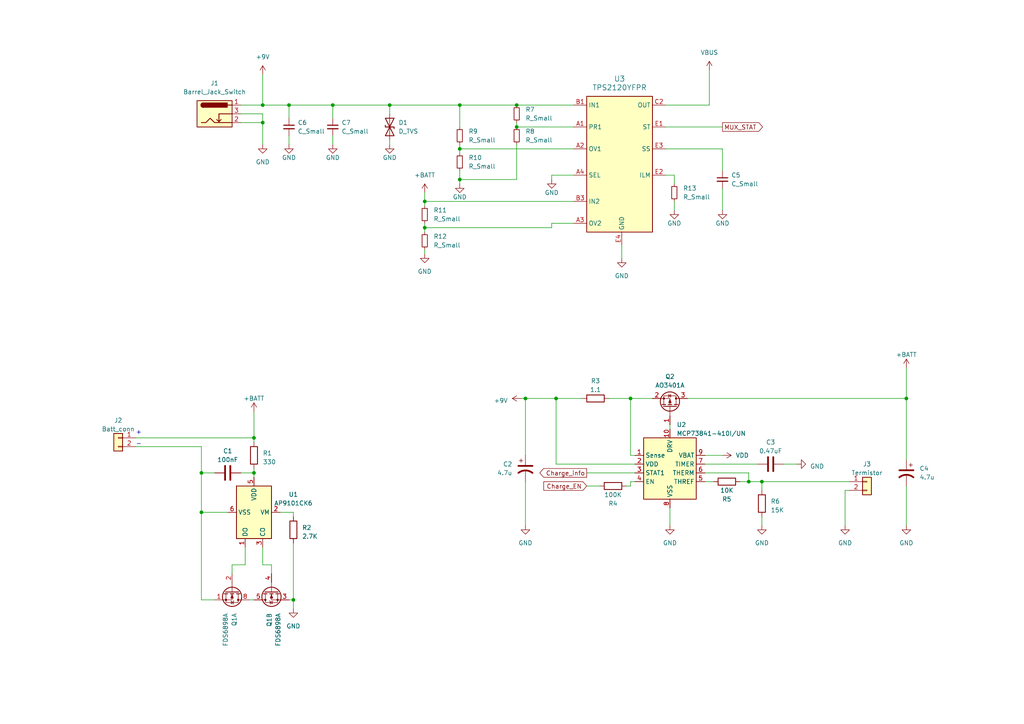
<source format=kicad_sch>
(kicad_sch (version 20230121) (generator eeschema)
  (paper "A4")
  (lib_symbols
    (symbol "Connector:Barrel_Jack_Switch" (pin_names hide)
      (property "Reference" "J" (at 0 5.334 0))
      (property "Value" "Barrel_Jack_Switch" (at 0 -5.08 0))
      (symbol "Barrel_Jack_Switch_0_1"
        (rectangle (start -5.08 3.81) (end 5.08 -3.81) (stroke (width 0.254)) (fill (type background)))
        (arc (start -3.302 3.175) (mid -3.9343 2.54) (end -3.302 1.905) (stroke (width 0.254)))
        (arc (start -3.302 3.175) (mid -3.9343 2.54) (end -3.302 1.905) (stroke (width 0.254)) (fill (type outline)))
        (polyline (pts (xy 1.27 -2.286) (xy 1.905 -1.651)) (stroke (width 0.254)))
        (polyline (pts (xy 5.08 2.54) (xy 3.81 2.54)) (stroke (width 0.254)))
        (polyline (pts (xy 5.08 0) (xy 1.27 0) (xy 1.27 -2.286) (xy 0.635 -1.651)) (stroke (width 0.254)))
        (polyline (pts (xy -3.81 -2.54) (xy -2.54 -2.54) (xy -1.27 -1.27) (xy 0 -2.54) (xy 2.54 -2.54) (xy 5.08 -2.54)) (stroke (width 0.254)))
        (rectangle (start 3.683 3.175) (end -3.302 1.905) (stroke (width 0.254)) (fill (type outline)))
      )
      (symbol "Barrel_Jack_Switch_1_1"
        (pin passive line (at 7.62 2.54 180) (length 2.54) (name "~") (number "1"))
        (pin passive line (at 7.62 -2.54 180) (length 2.54) (name "~") (number "2"))
        (pin passive line (at 7.62 0 180) (length 2.54) (name "~") (number "3"))
      )
    )
    (symbol "Connector_Generic:Conn_01x02" (pin_names (offset 1.016) hide)
      (property "Reference" "J" (at 0 2.54 0))
      (property "Value" "Conn_01x02" (at 0 -5.08 0))
      (symbol "Conn_01x02_1_1"
        (rectangle (start -1.27 -2.413) (end 0 -2.667) (stroke (width 0.1524)))
        (rectangle (start -1.27 0.127) (end 0 -0.127) (stroke (width 0.1524)))
        (rectangle (start -1.27 1.27) (end 1.27 -3.81) (stroke (width 0.254)) (fill (type background)))
        (pin passive line (at -5.08 0 0) (length 3.81) (name "Pin_1") (number "1"))
        (pin passive line (at -5.08 -2.54 0) (length 3.81) (name "Pin_2") (number "2"))
      )
    )
    (symbol "Device:C" (pin_numbers hide) (pin_names (offset 0.254))
      (property "Reference" "C" (at 0.635 2.54 0))
      (property "Value" "C" (at 0.635 -2.54 0))
      (symbol "C_0_1"
        (polyline (pts (xy -2.032 -0.762) (xy 2.032 -0.762)) (stroke (width 0.508)))
        (polyline (pts (xy -2.032 0.762) (xy 2.032 0.762)) (stroke (width 0.508)))
      )
      (symbol "C_1_1"
        (pin passive line (at 0 3.81 270) (length 2.794) (name "~") (number "1"))
        (pin passive line (at 0 -3.81 90) (length 2.794) (name "~") (number "2"))
      )
    )
    (symbol "Device:C_Polarized_US" (pin_numbers hide) (pin_names (offset 0.254) hide)
      (property "Reference" "C" (at 0.635 2.54 0))
      (property "Value" "C_Polarized_US" (at 0.635 -2.54 0))
      (symbol "C_Polarized_US_0_1"
        (polyline (pts (xy -2.032 0.762) (xy 2.032 0.762)) (stroke (width 0.508)))
        (polyline (pts (xy -1.778 2.286) (xy -0.762 2.286)))
        (polyline (pts (xy -1.27 1.778) (xy -1.27 2.794)))
        (arc (start 2.032 -1.27) (mid 0 -0.5572) (end -2.032 -1.27) (stroke (width 0.508)))
      )
      (symbol "C_Polarized_US_1_1"
        (pin passive line (at 0 3.81 270) (length 2.794) (name "~") (number "1"))
        (pin passive line (at 0 -3.81 90) (length 3.302) (name "~") (number "2"))
      )
    )
    (symbol "Device:C_Small" (pin_numbers hide) (pin_names (offset 0.254) hide)
      (property "Reference" "C" (at 0.254 1.778 0))
      (property "Value" "C_Small" (at 0.254 -2.032 0))
      (symbol "C_Small_0_1"
        (polyline (pts (xy -1.524 -0.508) (xy 1.524 -0.508)) (stroke (width 0.3302)))
        (polyline (pts (xy -1.524 0.508) (xy 1.524 0.508)) (stroke (width 0.3048)))
      )
      (symbol "C_Small_1_1"
        (pin passive line (at 0 2.54 270) (length 2.032) (name "~") (number "1"))
        (pin passive line (at 0 -2.54 90) (length 2.032) (name "~") (number "2"))
      )
    )
    (symbol "Device:D_TVS" (pin_numbers hide) (pin_names (offset 1.016) hide)
      (property "Reference" "D" (at 0 2.54 0))
      (property "Value" "D_TVS" (at 0 -2.54 0))
      (symbol "D_TVS_0_1"
        (polyline (pts (xy 1.27 0) (xy -1.27 0)))
        (polyline (pts (xy 0.508 1.27) (xy 0 1.27) (xy 0 -1.27) (xy -0.508 -1.27)) (stroke (width 0.254)))
        (polyline (pts (xy -2.54 1.27) (xy -2.54 -1.27) (xy 2.54 1.27) (xy 2.54 -1.27) (xy -2.54 1.27)) (stroke (width 0.254)))
      )
      (symbol "D_TVS_1_1"
        (pin passive line (at -3.81 0 0) (length 2.54) (name "A1") (number "1"))
        (pin passive line (at 3.81 0 180) (length 2.54) (name "A2") (number "2"))
      )
    )
    (symbol "Device:Q_PMOS_GSD" (pin_names (offset 0) hide)
      (property "Reference" "Q" (at 5.08 1.27 0))
      (property "Value" "Q_PMOS_GSD" (at 5.08 -1.27 0))
      (symbol "Q_PMOS_GSD_0_1"
        (polyline (pts (xy 0.254 0) (xy -2.54 0)))
        (polyline (pts (xy 0.254 1.905) (xy 0.254 -1.905)) (stroke (width 0.254)))
        (polyline (pts (xy 0.762 -1.27) (xy 0.762 -2.286)) (stroke (width 0.254)))
        (polyline (pts (xy 0.762 0.508) (xy 0.762 -0.508)) (stroke (width 0.254)))
        (polyline (pts (xy 0.762 2.286) (xy 0.762 1.27)) (stroke (width 0.254)))
        (polyline (pts (xy 2.54 2.54) (xy 2.54 1.778)))
        (polyline (pts (xy 2.54 -2.54) (xy 2.54 0) (xy 0.762 0)))
        (polyline (pts (xy 0.762 1.778) (xy 3.302 1.778) (xy 3.302 -1.778) (xy 0.762 -1.778)))
        (polyline (pts (xy 2.286 0) (xy 1.27 0.381) (xy 1.27 -0.381) (xy 2.286 0)) (fill (type outline)))
        (polyline (pts (xy 2.794 -0.508) (xy 2.921 -0.381) (xy 3.683 -0.381) (xy 3.81 -0.254)))
        (polyline (pts (xy 3.302 -0.381) (xy 2.921 0.254) (xy 3.683 0.254) (xy 3.302 -0.381)))
        (circle (center 1.651 0) (radius 2.794) (stroke (width 0.254)))
        (circle (center 2.54 -1.778) (radius 0.254) (fill (type outline)))
        (circle (center 2.54 1.778) (radius 0.254) (fill (type outline)))
      )
      (symbol "Q_PMOS_GSD_1_1"
        (pin input line (at -5.08 0 0) (length 2.54) (name "G") (number "1"))
        (pin passive line (at 2.54 -5.08 90) (length 2.54) (name "S") (number "2"))
        (pin passive line (at 2.54 5.08 270) (length 2.54) (name "D") (number "3"))
      )
    )
    (symbol "Device:R" (pin_numbers hide) (pin_names (offset 0))
      (property "Reference" "R" (at 2.032 0 90))
      (property "Value" "R" (at 0 0 90))
      (symbol "R_0_1"
        (rectangle (start -1.016 -2.54) (end 1.016 2.54) (stroke (width 0.254)))
      )
      (symbol "R_1_1"
        (pin passive line (at 0 3.81 270) (length 1.27) (name "~") (number "1"))
        (pin passive line (at 0 -3.81 90) (length 1.27) (name "~") (number "2"))
      )
    )
    (symbol "Device:R_Small" (pin_numbers hide) (pin_names (offset 0.254) hide)
      (property "Reference" "R" (at 0.762 0.508 0))
      (property "Value" "R_Small" (at 0.762 -1.016 0))
      (symbol "R_Small_0_1"
        (rectangle (start -0.762 1.778) (end 0.762 -1.778) (stroke (width 0.2032)))
      )
      (symbol "R_Small_1_1"
        (pin passive line (at 0 2.54 270) (length 0.762) (name "~") (number "1"))
        (pin passive line (at 0 -2.54 90) (length 0.762) (name "~") (number "2"))
      )
    )
    (symbol "LampaPass_Power_Management:AP9101CK6"
      (property "Reference" "U" (at -7.62 6.35 0))
      (property "Value" "AP9101CK6" (at 7.62 6.35 0))
      (symbol "AP9101CK6_0_1"
        (rectangle (start -7.62 5.08) (end 7.62 -5.08) (stroke (width 0.254)) (fill (type background)))
      )
      (symbol "AP9101CK6_1_1"
        (pin output line (at 10.16 -2.54 180) (length 2.54) (name "DO") (number "1"))
        (pin passive line (at 0 7.62 270) (length 2.54) (name "VM") (number "2"))
        (pin output line (at 10.16 2.54 180) (length 2.54) (name "CO") (number "3"))
        (pin no_connect line (at -7.62 -2.54 0) (length 2.54) hide (name "NC") (number "4"))
        (pin power_in line (at -10.16 0 0) (length 2.54) (name "VDD") (number "5"))
        (pin power_in line (at 0 -7.62 90) (length 2.54) (name "VSS") (number "6"))
      )
    )
    (symbol "LampaPass_Power_Management:MCP73841-410I/UN"
      (property "Reference" "U" (at -6.35 8.89 0))
      (property "Value" "MCP73841-410I/UN" (at 11.43 -11.43 0))
      (symbol "MCP73841-410I/UN_0_1"
        (rectangle (start -7.62 7.62) (end 7.62 -10.16) (stroke (width 0.254)) (fill (type background)))
      )
      (symbol "MCP73841-410I/UN_1_1"
        (pin input line (at -10.16 2.54 0) (length 2.54) (name "Sense") (number "1"))
        (pin output line (at 0 10.16 270) (length 2.54) (name "DRV") (number "10"))
        (pin power_in line (at -10.16 0 0) (length 2.54) (name "VDD") (number "2"))
        (pin open_collector line (at -10.16 -2.54 0) (length 2.54) (name "STAT1") (number "3"))
        (pin input line (at -10.16 -5.08 0) (length 2.54) (name "EN") (number "4"))
        (pin input line (at 10.16 -5.08 180) (length 2.54) (name "THREF") (number "5"))
        (pin input line (at 10.16 -2.54 180) (length 2.54) (name "THERM") (number "6"))
        (pin bidirectional line (at 10.16 0 180) (length 2.54) (name "TIMER") (number "7"))
        (pin power_in line (at 0 -12.7 90) (length 2.54) (name "VSS") (number "8"))
        (pin input line (at 10.16 2.54 180) (length 2.54) (name "VBAT") (number "9"))
      )
    )
    (symbol "LampaPass_Power_Management:TPS2120YFPR"
      (property "Reference" "U" (at -10.16 24.13 0))
      (property "Value" "TPS2120YFPR" (at 8.89 24.13 0))
      (symbol "TPS2120YFPR_0_1"
        (pin input line (at -13.97 13.97 0) (length 3.81) (name "PR1") (number "A1"))
        (pin input line (at -13.97 7.62 0) (length 3.81) (name "OV1") (number "A2"))
        (pin input line (at -13.97 -13.97 0) (length 3.81) (name "OV2") (number "A3"))
        (pin input line (at -13.97 0 0) (length 3.81) (name "SEL") (number "A4"))
        (pin power_in line (at -13.97 -7.62 0) (length 3.81) (name "IN2") (number "B3"))
        (pin power_out line (at 12.7 20.32 180) (length 3.81) (name "OUT") (number "C2"))
        (pin output line (at 12.7 13.97 180) (length 3.81) (name "ST") (number "E1"))
        (pin bidirectional line (at 12.7 0 180) (length 3.81) (name "ILM") (number "E2"))
        (pin bidirectional line (at 12.7 7.62 180) (length 3.81) (name "SS") (number "E3"))
        (pin power_in line (at 0 -20.32 90) (length 3.81) (name "GND") (number "E4"))
      )
      (symbol "TPS2120YFPR_1_1"
        (rectangle (start -10.16 22.86) (end 8.89 -16.51) (stroke (width 0.254)) (fill (type background)))
        (pin power_in line (at -13.97 20.32 0) (length 3.81) (name "IN1") (number "B1"))
        (pin power_in line (at -13.97 20.32 0) (length 3.81) hide (name "IN1") (number "B2"))
        (pin power_in line (at -13.97 -7.62 0) (length 3.81) hide (name "IN2") (number "B4"))
        (pin power_in line (at -13.97 20.32 0) (length 3.81) hide (name "IN1") (number "C1"))
        (pin power_out line (at 12.7 20.32 180) (length 3.81) hide (name "OUT") (number "C3"))
        (pin power_in line (at -13.97 -7.62 0) (length 3.81) hide (name "IN2") (number "C4"))
        (pin power_out line (at 12.7 20.32 180) (length 3.81) hide (name "OUT") (number "D1"))
        (pin power_out line (at 12.7 20.32 180) (length 3.81) hide (name "OUT") (number "D2"))
        (pin power_out line (at 12.7 20.32 180) (length 3.81) hide (name "OUT") (number "D3"))
        (pin power_out line (at 12.7 20.32 180) (length 3.81) hide (name "OUT") (number "D4"))
      )
    )
    (symbol "Transistor_FET:FDS6898A" (pin_names hide)
      (property "Reference" "Q" (at 5.08 1.905 0))
      (property "Value" "FDS6898A" (at 5.08 0 0))
      (symbol "FDS6898A_0_1"
        (polyline (pts (xy 0.254 0) (xy -2.54 0)))
        (polyline (pts (xy 0.254 1.905) (xy 0.254 -1.905)) (stroke (width 0.254)))
        (polyline (pts (xy 0.762 -1.27) (xy 0.762 -2.286)) (stroke (width 0.254)))
        (polyline (pts (xy 0.762 0.508) (xy 0.762 -0.508)) (stroke (width 0.254)))
        (polyline (pts (xy 0.762 2.286) (xy 0.762 1.27)) (stroke (width 0.254)))
        (polyline (pts (xy 2.54 2.54) (xy 2.54 1.778)))
        (polyline (pts (xy 2.54 -2.54) (xy 2.54 0) (xy 0.762 0)))
        (polyline (pts (xy 0.762 -1.778) (xy 3.302 -1.778) (xy 3.302 1.778) (xy 0.762 1.778)))
        (polyline (pts (xy 1.016 0) (xy 2.032 0.381) (xy 2.032 -0.381) (xy 1.016 0)) (fill (type outline)))
        (polyline (pts (xy 2.794 0.508) (xy 2.921 0.381) (xy 3.683 0.381) (xy 3.81 0.254)))
        (polyline (pts (xy 3.302 0.381) (xy 2.921 -0.254) (xy 3.683 -0.254) (xy 3.302 0.381)))
        (circle (center 1.651 0) (radius 2.794) (stroke (width 0.254)))
        (circle (center 2.54 -1.778) (radius 0.254) (fill (type outline)))
        (circle (center 2.54 1.778) (radius 0.254) (fill (type outline)))
      )
      (symbol "FDS6898A_1_1"
        (pin passive line (at 2.54 -5.08 90) (length 2.54) (name "S1") (number "1"))
        (pin passive line (at -5.08 0 0) (length 2.54) (name "G1") (number "2"))
        (pin passive line (at 2.54 5.08 270) (length 2.54) hide (name "D1") (number "7"))
        (pin passive line (at 2.54 5.08 270) (length 2.54) (name "D1") (number "8"))
      )
      (symbol "FDS6898A_2_1"
        (pin passive line (at 2.54 -5.08 90) (length 2.54) (name "S2") (number "3"))
        (pin passive line (at -5.08 0 0) (length 2.54) (name "G2") (number "4"))
        (pin passive line (at 2.54 5.08 270) (length 2.54) (name "D2") (number "5"))
        (pin passive line (at 2.54 5.08 270) (length 2.54) hide (name "D2") (number "6"))
      )
    )
    (symbol "power:+9V" (power) (pin_names (offset 0))
      (property "Value" "+9V" (at 0 3.556 0))
      (symbol "+9V_0_1"
        (polyline (pts (xy -0.762 1.27) (xy 0 2.54)))
        (polyline (pts (xy 0 0) (xy 0 2.54)))
        (polyline (pts (xy 0 2.54) (xy 0.762 1.27)))
      )
      (symbol "+9V_1_1"
        (pin power_in line (at 0 0 90) (length 0) hide (name "+9V") (number "1"))
      )
    )
    (symbol "power:+BATT" (power) (pin_names (offset 0))
      (property "Value" "+BATT" (at 0 3.556 0))
      (symbol "+BATT_0_1"
        (polyline (pts (xy -0.762 1.27) (xy 0 2.54)))
        (polyline (pts (xy 0 0) (xy 0 2.54)))
        (polyline (pts (xy 0 2.54) (xy 0.762 1.27)))
      )
      (symbol "+BATT_1_1"
        (pin power_in line (at 0 0 90) (length 0) hide (name "+BATT") (number "1"))
      )
    )
    (symbol "power:GND" (power) (pin_names (offset 0))
      (property "Value" "GND" (at 0 -3.81 0))
      (symbol "GND_0_1"
        (polyline (pts (xy 0 0) (xy 0 -1.27) (xy 1.27 -1.27) (xy 0 -2.54) (xy -1.27 -1.27) (xy 0 -1.27)))
      )
      (symbol "GND_1_1"
        (pin power_in line (at 0 0 270) (length 0) hide (name "GND") (number "1"))
      )
    )
    (symbol "power:VBUS" (power) (pin_names (offset 0))
      (property "Value" "VBUS" (at 0 3.81 0))
      (symbol "VBUS_0_1"
        (polyline (pts (xy -0.762 1.27) (xy 0 2.54)))
        (polyline (pts (xy 0 0) (xy 0 2.54)))
        (polyline (pts (xy 0 2.54) (xy 0.762 1.27)))
      )
      (symbol "VBUS_1_1"
        (pin power_in line (at 0 0 90) (length 0) hide (name "VBUS") (number "1"))
      )
    )
    (symbol "power:VDD" (power) (pin_names (offset 0))
      (property "Value" "VDD" (at 0 3.81 0))
      (symbol "VDD_0_1"
        (polyline (pts (xy -0.762 1.27) (xy 0 2.54)))
        (polyline (pts (xy 0 0) (xy 0 2.54)))
        (polyline (pts (xy 0 2.54) (xy 0.762 1.27)))
      )
      (symbol "VDD_1_1"
        (pin power_in line (at 0 0 90) (length 0) hide (name "VDD") (number "1"))
      )
    )
  )
  (junction (at 182.88 115.57))
  (junction (at 149.86 36.83))
  (junction (at 133.35 52.07))
  (junction (at 262.89 115.57))
  (junction (at 161.29 115.57))
  (junction (at 76.2 30.48))
  (junction (at 217.17 139.7))
  (junction (at 149.86 30.48))
  (junction (at 58.42 137.16))
  (junction (at 83.82 30.48))
  (junction (at 73.66 127))
  (junction (at 85.09 173.99))
  (junction (at 123.19 66.04))
  (junction (at 152.4 115.57))
  (junction (at 133.35 30.48))
  (junction (at 58.42 148.59))
  (junction (at 133.35 43.18))
  (junction (at 76.2 35.56))
  (junction (at 220.98 139.7))
  (junction (at 96.52 30.48))
  (junction (at 73.66 137.16))
  (junction (at 113.03 30.48))
  (junction (at 123.19 58.42))
  (wire (pts (xy 69.85 137.16) (xy 73.66 137.16)))
  (wire (pts (xy 166.37 58.42) (xy 123.19 58.42)))
  (wire (pts (xy 214.63 139.7) (xy 217.17 139.7)))
  (wire (pts (xy 66.04 148.59) (xy 58.42 148.59)))
  (wire (pts (xy 133.35 30.48) (xy 133.35 36.83)))
  (wire (pts (xy 149.86 41.91) (xy 149.86 52.07)))
  (wire (pts (xy 71.12 163.83) (xy 67.31 163.83)))
  (wire (pts (xy 96.52 30.48) (xy 96.52 34.29)))
  (wire (pts (xy 69.85 35.56) (xy 76.2 35.56)))
  (wire (pts (xy 195.58 50.8) (xy 195.58 53.34)))
  (wire (pts (xy 181.61 140.97) (xy 182.88 140.97)))
  (wire (pts (xy 85.09 173.99) (xy 83.82 173.99)))
  (wire (pts (xy 76.2 163.83) (xy 78.74 163.83)))
  (wire (pts (xy 182.88 140.97) (xy 182.88 139.7)))
  (wire (pts (xy 170.18 140.97) (xy 173.99 140.97)))
  (wire (pts (xy 76.2 35.56) (xy 76.2 41.91)))
  (wire (pts (xy 220.98 139.7) (xy 246.38 139.7)))
  (wire (pts (xy 123.19 55.88) (xy 123.19 58.42)))
  (wire (pts (xy 195.58 58.42) (xy 195.58 60.96)))
  (wire (pts (xy 113.03 40.64) (xy 113.03 41.91)))
  (wire (pts (xy 262.89 140.97) (xy 262.89 152.4)))
  (wire (pts (xy 113.03 30.48) (xy 133.35 30.48)))
  (wire (pts (xy 199.39 115.57) (xy 262.89 115.57)))
  (wire (pts (xy 58.42 137.16) (xy 58.42 148.59)))
  (wire (pts (xy 205.74 30.48) (xy 205.74 20.32)))
  (wire (pts (xy 133.35 52.07) (xy 133.35 49.53)))
  (wire (pts (xy 76.2 33.02) (xy 76.2 35.56)))
  (wire (pts (xy 85.09 157.48) (xy 85.09 173.99)))
  (wire (pts (xy 152.4 115.57) (xy 161.29 115.57)))
  (wire (pts (xy 152.4 139.7) (xy 152.4 152.4)))
  (wire (pts (xy 73.66 173.99) (xy 72.39 173.99)))
  (wire (pts (xy 62.23 137.16) (xy 58.42 137.16)))
  (wire (pts (xy 123.19 64.77) (xy 123.19 66.04)))
  (wire (pts (xy 217.17 139.7) (xy 217.17 137.16)))
  (wire (pts (xy 166.37 50.8) (xy 160.02 50.8)))
  (wire (pts (xy 151.13 115.57) (xy 152.4 115.57)))
  (wire (pts (xy 133.35 41.91) (xy 133.35 43.18)))
  (wire (pts (xy 73.66 135.89) (xy 73.66 137.16)))
  (wire (pts (xy 133.35 53.34) (xy 133.35 52.07)))
  (wire (pts (xy 149.86 35.56) (xy 149.86 36.83)))
  (wire (pts (xy 85.09 176.53) (xy 85.09 173.99)))
  (wire (pts (xy 83.82 39.37) (xy 83.82 41.91)))
  (wire (pts (xy 204.47 132.08) (xy 209.55 132.08)))
  (wire (pts (xy 180.34 71.12) (xy 180.34 74.93)))
  (wire (pts (xy 123.19 58.42) (xy 123.19 59.69)))
  (wire (pts (xy 69.85 33.02) (xy 76.2 33.02)))
  (wire (pts (xy 71.12 158.75) (xy 71.12 163.83)))
  (wire (pts (xy 182.88 115.57) (xy 182.88 132.08)))
  (wire (pts (xy 168.91 115.57) (xy 161.29 115.57)))
  (wire (pts (xy 113.03 30.48) (xy 113.03 33.02)))
  (wire (pts (xy 193.04 36.83) (xy 209.55 36.83)))
  (wire (pts (xy 96.52 39.37) (xy 96.52 41.91)))
  (wire (pts (xy 245.11 142.24) (xy 246.38 142.24)))
  (wire (pts (xy 182.88 139.7) (xy 184.15 139.7)))
  (wire (pts (xy 160.02 66.04) (xy 160.02 64.77)))
  (wire (pts (xy 133.35 30.48) (xy 149.86 30.48)))
  (wire (pts (xy 78.74 163.83) (xy 78.74 166.37)))
  (wire (pts (xy 220.98 142.24) (xy 220.98 139.7)))
  (wire (pts (xy 161.29 115.57) (xy 161.29 134.62)))
  (wire (pts (xy 83.82 30.48) (xy 83.82 34.29)))
  (wire (pts (xy 182.88 132.08) (xy 184.15 132.08)))
  (wire (pts (xy 231.14 134.62) (xy 227.33 134.62)))
  (wire (pts (xy 152.4 115.57) (xy 152.4 132.08)))
  (wire (pts (xy 133.35 43.18) (xy 133.35 44.45)))
  (wire (pts (xy 160.02 64.77) (xy 166.37 64.77)))
  (wire (pts (xy 262.89 115.57) (xy 262.89 133.35)))
  (wire (pts (xy 220.98 149.86) (xy 220.98 152.4)))
  (wire (pts (xy 193.04 50.8) (xy 195.58 50.8)))
  (wire (pts (xy 245.11 142.24) (xy 245.11 152.4)))
  (wire (pts (xy 133.35 52.07) (xy 149.86 52.07)))
  (wire (pts (xy 39.37 127) (xy 73.66 127)))
  (wire (pts (xy 170.18 137.16) (xy 184.15 137.16)))
  (wire (pts (xy 76.2 158.75) (xy 76.2 163.83)))
  (wire (pts (xy 123.19 67.31) (xy 123.19 66.04)))
  (wire (pts (xy 204.47 139.7) (xy 207.01 139.7)))
  (wire (pts (xy 76.2 30.48) (xy 83.82 30.48)))
  (wire (pts (xy 67.31 163.83) (xy 67.31 166.37)))
  (wire (pts (xy 73.66 137.16) (xy 73.66 138.43)))
  (wire (pts (xy 160.02 50.8) (xy 160.02 52.07)))
  (wire (pts (xy 58.42 129.54) (xy 58.42 137.16)))
  (wire (pts (xy 166.37 36.83) (xy 149.86 36.83)))
  (wire (pts (xy 161.29 134.62) (xy 184.15 134.62)))
  (wire (pts (xy 133.35 43.18) (xy 166.37 43.18)))
  (wire (pts (xy 73.66 128.27) (xy 73.66 127)))
  (wire (pts (xy 209.55 43.18) (xy 209.55 49.53)))
  (wire (pts (xy 220.98 139.7) (xy 217.17 139.7)))
  (wire (pts (xy 149.86 30.48) (xy 166.37 30.48)))
  (wire (pts (xy 194.31 147.32) (xy 194.31 152.4)))
  (wire (pts (xy 123.19 66.04) (xy 160.02 66.04)))
  (wire (pts (xy 193.04 30.48) (xy 205.74 30.48)))
  (wire (pts (xy 85.09 148.59) (xy 85.09 149.86)))
  (wire (pts (xy 58.42 148.59) (xy 58.42 173.99)))
  (wire (pts (xy 176.53 115.57) (xy 182.88 115.57)))
  (wire (pts (xy 123.19 72.39) (xy 123.19 73.66)))
  (wire (pts (xy 81.28 148.59) (xy 85.09 148.59)))
  (wire (pts (xy 193.04 43.18) (xy 209.55 43.18)))
  (wire (pts (xy 262.89 106.68) (xy 262.89 115.57)))
  (wire (pts (xy 209.55 54.61) (xy 209.55 60.96)))
  (wire (pts (xy 83.82 30.48) (xy 96.52 30.48)))
  (wire (pts (xy 58.42 173.99) (xy 62.23 173.99)))
  (wire (pts (xy 182.88 115.57) (xy 189.23 115.57)))
  (wire (pts (xy 39.37 129.54) (xy 58.42 129.54)))
  (wire (pts (xy 204.47 134.62) (xy 219.71 134.62)))
  (wire (pts (xy 204.47 137.16) (xy 217.17 137.16)))
  (wire (pts (xy 96.52 30.48) (xy 113.03 30.48)))
  (wire (pts (xy 73.66 119.38) (xy 73.66 127)))
  (wire (pts (xy 76.2 21.59) (xy 76.2 30.48)))
  (wire (pts (xy 69.85 30.48) (xy 76.2 30.48)))
  (wire (pts (xy 194.31 123.19) (xy 194.31 124.46)))
  (text "-\n" (at 39.37 129.54 0) (effects (font (size 1.27 1.27)) (justify left bottom)))
  (text "+\n\n" (at 39.37 128.27 0) (effects (font (size 1.27 1.27)) (justify left bottom)))
  (global_label "Charge_info" (shape output) (at 170.18 137.16 180) (property "Intersheetrefs" "${INTERSHEET_REFS}" (effects hide)))
  (global_label "Charge_EN" (shape input) (at 170.18 140.97 180) (property "Intersheetrefs" "${INTERSHEET_REFS}" (effects hide)))
  (global_label "MUX_STAT" (shape output) (at 209.55 36.83 0) (property "Intersheetrefs" "${INTERSHEET_REFS}" (effects hide)))
  (symbol (lib_id "power:GND") (at 180.34 74.93 0) (unit 1)
    (property "Reference" "#PWR018" (effects hide))
    (property "Value" "GND" (at 180.34 80.01 0))
  )
  (symbol (lib_id "Device:R_Small") (at 133.35 39.37 0) (unit 1)
    (property "Reference" "R9" (at 135.89 38.1 0) (effects (justify left)))
    (property "Value" "R_Small" (at 135.89 40.64 0) (effects (justify left)))
  )
  (symbol (lib_id "Device:R_Small") (at 195.58 55.88 0) (unit 1)
    (property "Reference" "R13" (at 198.12 54.61 0) (effects (justify left)))
    (property "Value" "R_Small" (at 198.12 57.15 0) (effects (justify left)))
  )
  (symbol (lib_id "power:GND") (at 194.31 152.4 0) (unit 1)
    (property "Reference" "#PWR05" (effects hide))
    (property "Value" "GND" (at 194.31 157.48 0))
    (instances (project "LampaPass-STD-Board" (path "" (reference "#PWR05") (unit 1))) (project "Battery_Charging_Module" (path "" (reference "#PWR06") (unit 1))))
  )
  (symbol (lib_id "LampaPass_Power_Management:MCP73841-410I/UN") (at 194.31 134.62 0) (unit 1)
    (property "Reference" "U2" (at 196.2659 123.19 0) (effects (justify left)))
    (property "Value" "MCP73841-410I/UN" (at 196.2659 125.73 0) (effects (justify left)))
    (property "Footprint" "Package_SO:MSOP-10_3x3mm_P0.5mm" (effects hide))
    (property "Datasheet" "https://ww1.microchip.com/downloads/aemDocuments/documents/APID/ProductDocuments/DataSheets/21823D.pdf" (effects hide))
    (instances (project "LampaPass-STD-Board" (path "" (reference "U2") (unit 1))) (project "Battery_Charging_Module" (path "" (reference "U1") (unit 1))))
  )
  (symbol (lib_id "Connector_Generic:Conn_01x02") (at 251.46 139.7 0) (unit 1)
    (property "Reference" "J3" (at 251.46 134.62 0))
    (property "Value" "Termistor" (at 251.46 137.16 0))
    (property "Footprint" "Connector_PinHeader_2.54mm:PinHeader_1x02_P2.54mm_Vertical" (effects hide))
    (property "Коментарий" "Для https://www.digikey.com/en/products/detail/murata-electronics/NXFT15XV103FEAB050/13904947" (effects hide))
    (property "PartNamber" "PLS-2 " (effects hide))
    (instances (project "LampaPass-STD-Board" (path "" (reference "J3") (unit 1))) (project "Battery_Charging_Module" (path "" (reference "J2") (unit 1))))
  )
  (symbol (lib_id "LampaPass_Power_Management:TPS2120YFPR") (at 180.34 50.8 0) (unit 1)
    (property "Reference" "U3" (at 179.705 22.86 0) (effects (font (size 1.524 1.524))))
    (property "Value" "TPS2120YFPR" (at 179.705 25.4 0) (effects (font (size 1.524 1.524))))
    (property "Footprint" "YFP0020AAAA" (effects hide))
    (property "Datasheet" "https://www.ti.com/lit/ds/symlink/tps2120.pdf" (effects hide))
  )
  (symbol (lib_id "power:GND") (at 152.4 152.4 0) (unit 1)
    (property "Reference" "#PWR04" (effects hide))
    (property "Value" "GND" (at 152.4 157.48 0))
    (instances (project "LampaPass-STD-Board" (path "" (reference "#PWR04") (unit 1))) (project "Battery_Charging_Module" (path "" (reference "#PWR011") (unit 1))))
  )
  (symbol (lib_id "power:GND") (at 96.52 41.91 0) (unit 1)
    (property "Reference" "#PWR023" (effects hide))
    (property "Value" "GND" (at 96.52 45.72 0))
  )
  (symbol (lib_id "power:GND") (at 195.58 60.96 0) (unit 1)
    (property "Reference" "#PWR020" (effects hide))
    (property "Value" "GND" (at 195.58 64.77 0))
  )
  (symbol (lib_id "Device:R") (at 210.82 139.7 90) (unit 1)
    (property "Reference" "R5" (at 210.82 144.78 90))
    (property "Value" "10K" (at 210.82 142.24 90))
    (property "Footprint" "Resistor_SMD:R_0402_1005Metric" (effects hide))
  )
  (symbol (lib_id "power:GND") (at 220.98 152.4 0) (unit 1)
    (property "Reference" "#PWR07" (effects hide))
    (property "Value" "GND" (at 220.98 157.48 0))
    (instances (project "LampaPass-STD-Board" (path "" (reference "#PWR07") (unit 1))) (project "Battery_Charging_Module" (path "" (reference "#PWR04") (unit 1))))
  )
  (symbol (lib_id "Device:C_Small") (at 96.52 36.83 0) (unit 1)
    (property "Reference" "C7" (at 99.06 35.5663 0) (effects (justify left)))
    (property "Value" "C_Small" (at 99.06 38.1063 0) (effects (justify left)))
  )
  (symbol (lib_id "Device:C_Small") (at 83.82 36.83 0) (unit 1)
    (property "Reference" "C6" (at 86.36 35.5663 0) (effects (justify left)))
    (property "Value" "C_Small" (at 86.36 38.1063 0) (effects (justify left)))
  )
  (symbol (lib_id "power:+9V") (at 76.2 21.59 0) (unit 1)
    (property "Reference" "#PWR012" (effects hide))
    (property "Value" "+9V" (at 76.2 16.51 0))
  )
  (symbol (lib_id "Device:R_Small") (at 133.35 46.99 0) (unit 1)
    (property "Reference" "R10" (at 135.89 45.72 0) (effects (justify left)))
    (property "Value" "R_Small" (at 135.89 48.26 0) (effects (justify left)))
  )
  (symbol (lib_id "Device:R_Small") (at 149.86 39.37 0) (unit 1)
    (property "Reference" "R8" (at 152.4 38.1 0) (effects (justify left)))
    (property "Value" "R_Small" (at 152.4 40.64 0) (effects (justify left)))
  )
  (symbol (lib_id "Device:R") (at 220.98 146.05 180) (unit 1)
    (property "Reference" "R6" (at 223.52 145.415 0) (effects (justify right)))
    (property "Value" "15K" (at 223.52 147.955 0) (effects (justify right)))
    (property "Footprint" "Resistor_SMD:R_0402_1005Metric" (effects hide))
  )
  (symbol (lib_id "power:VDD") (at 209.55 132.08 270) (unit 1)
    (property "Reference" "#PWR06" (effects hide))
    (property "Value" "Bat_line" (at 213.36 132.08 90) (effects (justify left)))
    (instances (project "LampaPass-STD-Board" (path "" (reference "#PWR06") (unit 1))) (project "Battery_Charging_Module" (path "" (reference "#PWR03") (unit 1))))
  )
  (symbol (lib_id "Connector:Barrel_Jack_Switch") (at 62.23 33.02 0) (unit 1)
    (property "Reference" "J1" (at 62.23 24.13 0))
    (property "Value" "Barrel_Jack_Switch" (at 62.23 26.67 0))
    (property "Footprint" "Connector_BarrelJack:BarrelJack_Kycon_KLDX-0202-xC_Horizontal" (effects hide))
    (property "PartNamber" "KLS1-DC-005A-2.5" (effects hide))
  )
  (symbol (lib_id "Device:R") (at 85.09 153.67 0) (unit 1)
    (property "Reference" "R2" (at 87.63 153.035 0) (effects (justify left)))
    (property "Value" "2.7K" (at 87.63 155.575 0) (effects (justify left)))
    (property "Footprint" "Resistor_SMD:R_0402_1005Metric" (effects hide))
  )
  (symbol (lib_id "Device:D_TVS") (at 113.03 36.83 270) (unit 1)
    (property "Reference" "D1" (at 115.57 35.56 90) (effects (justify left)))
    (property "Value" "D_TVS" (at 115.57 38.1 90) (effects (justify left)))
    (property "Footprint" "Diode_SMD:D_SOD-923" (effects hide))
    (property "PartNamber" "DF2S6.8FS,L3M" (effects hide))
  )
  (symbol (lib_id "Device:C") (at 66.04 137.16 90) (unit 1)
    (property "Reference" "C1" (at 66.04 130.81 90))
    (property "Value" "100nF" (at 66.04 133.35 90))
    (property "Footprint" "Resistor_SMD:R_0402_1005Metric" (effects hide))
  )
  (symbol (lib_id "power:GND") (at 123.19 73.66 0) (unit 1)
    (property "Reference" "#PWR015" (effects hide))
    (property "Value" "GND" (at 123.19 78.74 0))
  )
  (symbol (lib_id "Device:C_Polarized_US") (at 262.89 137.16 0) (mirror y) (unit 1)
    (property "Reference" "C4" (at 266.7 135.89 0) (effects (justify right)))
    (property "Value" "4.7u" (at 266.7 138.43 0) (effects (justify right)))
    (property "Footprint" "Capacitor_SMD:C_1206_3216Metric" (effects hide))
    (property "Datasheet" "https://www.digikey.com/en/products/detail/kyocera-avx/F931C475MAA/4004951" (effects hide))
    (instances (project "LampaPass-STD-Board" (path "" (reference "C4") (unit 1))) (project "Battery_Charging_Module" (path "" (reference "C3") (unit 1))))
  )
  (symbol (lib_id "power:+BATT") (at 262.89 106.68 0) (unit 1)
    (property "Reference" "#PWR010" (effects hide))
    (property "Value" "+BATT" (at 262.89 102.87 0))
  )
  (symbol (lib_id "Transistor_FET:FDS6898A") (at 67.31 171.45 270) (unit 1)
    (property "Reference" "Q1" (at 67.945 177.8 0) (effects (justify left)))
    (property "Value" "FDS6898A" (at 65.405 177.8 0) (effects (justify left)))
    (property "Footprint" "Package_SO:SOIC-8_3.9x4.9mm_P1.27mm" (effects hide))
    (property "Datasheet" "https://www.onsemi.com/pub/Collateral/FDS6898A-D.PDF" (effects hide))
  )
  (symbol (lib_id "Transistor_FET:FDS6898A") (at 78.74 171.45 90) (mirror x) (unit 2)
    (property "Reference" "Q1" (at 78.105 177.8 0) (effects (justify left)))
    (property "Value" "FDS6898A" (at 80.645 177.8 0) (effects (justify left)))
    (property "Footprint" "Package_SO:SOIC-8_3.9x4.9mm_P1.27mm" (effects hide))
    (property "Datasheet" "https://www.onsemi.com/pub/Collateral/FDS6898A-D.PDF" (effects hide))
  )
  (symbol (lib_id "Device:R_Small") (at 123.19 62.23 0) (unit 1)
    (property "Reference" "R11" (at 125.73 60.96 0) (effects (justify left)))
    (property "Value" "R_Small" (at 125.73 63.5 0) (effects (justify left)))
  )
  (symbol (lib_id "power:GND") (at 160.02 52.07 0) (unit 1)
    (property "Reference" "#PWR019" (effects hide))
    (property "Value" "GND" (at 160.02 55.88 0))
  )
  (symbol (lib_id "Connector_Generic:Conn_01x02") (at 34.29 127 0) (mirror y) (unit 1)
    (property "Reference" "J2" (at 34.29 121.92 0))
    (property "Value" "Batt_conn" (at 34.29 124.46 0))
    (property "Footprint" "Connector_JST:JST_EH_B2B-EH-A_1x02_P2.50mm_Vertical" (effects hide))
    (property "PartNamber" "B2B-XH-AM(LF)(SN) JST" (effects hide))
  )
  (symbol (lib_id "power:GND") (at 245.11 152.4 0) (unit 1)
    (property "Reference" "#PWR09" (effects hide))
    (property "Value" "GND" (at 245.11 157.48 0))
    (instances (project "LampaPass-STD-Board" (path "" (reference "#PWR09") (unit 1))) (project "Battery_Charging_Module" (path "" (reference "#PWR05") (unit 1))))
  )
  (symbol (lib_id "power:GND") (at 76.2 41.91 0) (unit 1)
    (property "Reference" "#PWR013" (effects hide))
    (property "Value" "GND" (at 76.2 46.99 0))
  )
  (symbol (lib_id "power:GND") (at 113.03 41.91 0) (unit 1)
    (property "Reference" "#PWR022" (effects hide))
    (property "Value" "GND" (at 113.03 45.72 0))
  )
  (symbol (lib_id "power:GND") (at 262.89 152.4 0) (unit 1)
    (property "Reference" "#PWR011" (effects hide))
    (property "Value" "GND" (at 262.89 157.48 0))
    (instances (project "LampaPass-STD-Board" (path "" (reference "#PWR011") (unit 1))) (project "Battery_Charging_Module" (path "" (reference "#PWR08") (unit 1))))
  )
  (symbol (lib_id "power:VBUS") (at 205.74 20.32 0) (unit 1)
    (property "Reference" "#PWR017" (effects hide))
    (property "Value" "VBUS" (at 205.74 15.24 0))
  )
  (symbol (lib_id "power:+BATT") (at 73.66 119.38 0) (unit 1)
    (property "Reference" "#PWR01" (effects hide))
    (property "Value" "+BATT" (at 73.66 115.57 0))
  )
  (symbol (lib_id "power:GND") (at 231.14 134.62 90) (unit 1)
    (property "Reference" "#PWR08" (effects hide))
    (property "Value" "GND" (at 234.95 135.255 90) (effects (justify right)))
    (instances (project "LampaPass-STD-Board" (path "" (reference "#PWR08") (unit 1))) (project "Battery_Charging_Module" (path "" (reference "#PWR07") (unit 1))))
  )
  (symbol (lib_id "Device:R") (at 177.8 140.97 90) (unit 1)
    (property "Reference" "R4" (at 177.8 146.05 90))
    (property "Value" "100K" (at 177.8 143.51 90))
    (property "Footprint" "Resistor_SMD:R_0402_1005Metric" (effects hide))
    (instances (project "LampaPass-STD-Board" (path "" (reference "R4") (unit 1))) (project "Battery_Charging_Module" (path "" (reference "R3") (unit 1))))
  )
  (symbol (lib_id "power:GND") (at 209.55 60.96 0) (unit 1)
    (property "Reference" "#PWR021" (effects hide))
    (property "Value" "GND" (at 209.55 64.77 0))
  )
  (symbol (lib_id "power:GND") (at 133.35 53.34 0) (unit 1)
    (property "Reference" "#PWR014" (effects hide))
    (property "Value" "GND" (at 133.35 57.15 0))
  )
  (symbol (lib_id "Device:R_Small") (at 123.19 69.85 0) (unit 1)
    (property "Reference" "R12" (at 125.73 68.58 0) (effects (justify left)))
    (property "Value" "R_Small" (at 125.73 71.12 0) (effects (justify left)))
  )
  (symbol (lib_id "LampaPass_Power_Management:AP9101CK6") (at 73.66 148.59 270) (unit 1)
    (property "Reference" "U1" (at 85.09 143.4083 90))
    (property "Value" "AP9101CK6" (at 85.09 145.9483 90))
    (property "Footprint" "Package_TO_SOT_SMD:SOT-23-6" (effects hide))
    (property "Datasheet" "https://www.diodes.com/assets/Datasheets/AP9101C.pdf" (effects hide))
    (instances (project "LampaPass-STD-Board" (path "" (reference "U1") (unit 1))) (project "Battery_Charging_Module" (path "" (reference "U2") (unit 1))))
  )
  (symbol (lib_id "Device:C") (at 223.52 134.62 90) (unit 1)
    (property "Reference" "C3" (at 223.52 128.27 90))
    (property "Value" "0.47uF" (at 223.52 130.81 90))
    (property "Footprint" "Resistor_SMD:R_0402_1005Metric" (effects hide))
    (property "Datasheet" "https://www.digikey.com/en/products/detail/samsung-electro-mechanics/CL10B474KO8NNNC/3886720" (effects hide))
    (instances (project "LampaPass-STD-Board" (path "" (reference "C3") (unit 1))) (project "Battery_Charging_Module" (path "" (reference "C2") (unit 1))))
  )
  (symbol (lib_id "power:+9V") (at 151.13 115.57 90) (unit 1)
    (property "Reference" "#PWR03" (effects hide))
    (property "Value" "+9V" (at 147.32 116.205 90) (effects (justify left)))
    (instances (project "LampaPass-STD-Board" (path "" (reference "#PWR03") (unit 1))) (project "Battery_Charging_Module" (path "" (reference "#PWR09") (unit 1))))
  )
  (symbol (lib_id "power:GND") (at 85.09 176.53 0) (unit 1)
    (property "Reference" "#PWR02" (effects hide))
    (property "Value" "GND" (at 85.09 181.61 0))
    (instances (project "LampaPass-STD-Board" (path "" (reference "#PWR02") (unit 1))) (project "Battery_Charging_Module" (path "" (reference "#PWR01") (unit 1))))
  )
  (symbol (lib_id "Device:R") (at 172.72 115.57 90) (unit 1)
    (property "Reference" "R3" (at 172.72 110.49 90))
    (property "Value" "1.1" (at 172.72 113.03 90))
    (property "Footprint" "Resistor_SMD:R_0402_1005Metric" (effects hide))
    (instances (project "LampaPass-STD-Board" (path "" (reference "R3") (unit 1))) (project "Battery_Charging_Module" (path "" (reference "R4") (unit 1))))
  )
  (symbol (lib_id "power:+BATT") (at 123.19 55.88 0) (unit 1)
    (property "Reference" "#PWR016" (effects hide))
    (property "Value" "+BATT" (at 123.19 50.8 0))
  )
  (symbol (lib_id "Device:R") (at 73.66 132.08 0) (unit 1)
    (property "Reference" "R1" (at 76.2 131.445 0) (effects (justify left)))
    (property "Value" "330" (at 76.2 133.985 0) (effects (justify left)))
    (property "Footprint" "Resistor_SMD:R_0402_1005Metric" (effects hide))
  )
  (symbol (lib_id "Device:C_Small") (at 209.55 52.07 0) (unit 1)
    (property "Reference" "C5" (at 212.09 50.8063 0) (effects (justify left)))
    (property "Value" "C_Small" (at 212.09 53.3463 0) (effects (justify left)))
  )
  (symbol (lib_id "Device:Q_PMOS_GSD") (at 194.31 118.11 270) (mirror x) (unit 1)
    (property "Reference" "Q2" (at 194.31 109.22 90))
    (property "Value" "AO3401A" (at 194.31 111.76 90))
    (property "Footprint" "Package_TO_SOT_SMD:SOT-23-3" (effects hide))
    (property "PartNamber" "AO3401A" (effects hide))
  )
  (symbol (lib_id "Device:C_Polarized_US") (at 152.4 135.89 0) (unit 1)
    (property "Reference" "C2" (at 148.59 134.62 0) (effects (justify right)))
    (property "Value" "4.7u" (at 148.59 137.16 0) (effects (justify right)))
    (property "Footprint" "Capacitor_SMD:C_1206_3216Metric" (effects hide))
    (property "Datasheet" "https://www.digikey.com/en/products/detail/kyocera-avx/F931C475MAA/4004951" (effects hide))
    (instances (project "LampaPass-STD-Board" (path "" (reference "C2") (unit 1))) (project "Battery_Charging_Module" (path "" (reference "C4") (unit 1))))
  )
  (symbol (lib_id "Device:R_Small") (at 149.86 33.02 0) (unit 1)
    (property "Reference" "R7" (at 152.4 31.75 0) (effects (justify left)))
    (property "Value" "R_Small" (at 152.4 34.29 0) (effects (justify left)))
  )
  (symbol (lib_id "power:GND") (at 83.82 41.91 0) (unit 1)
    (property "Reference" "#PWR024" (effects hide))
    (property "Value" "GND" (at 83.82 45.72 0))
  )
)
</source>
